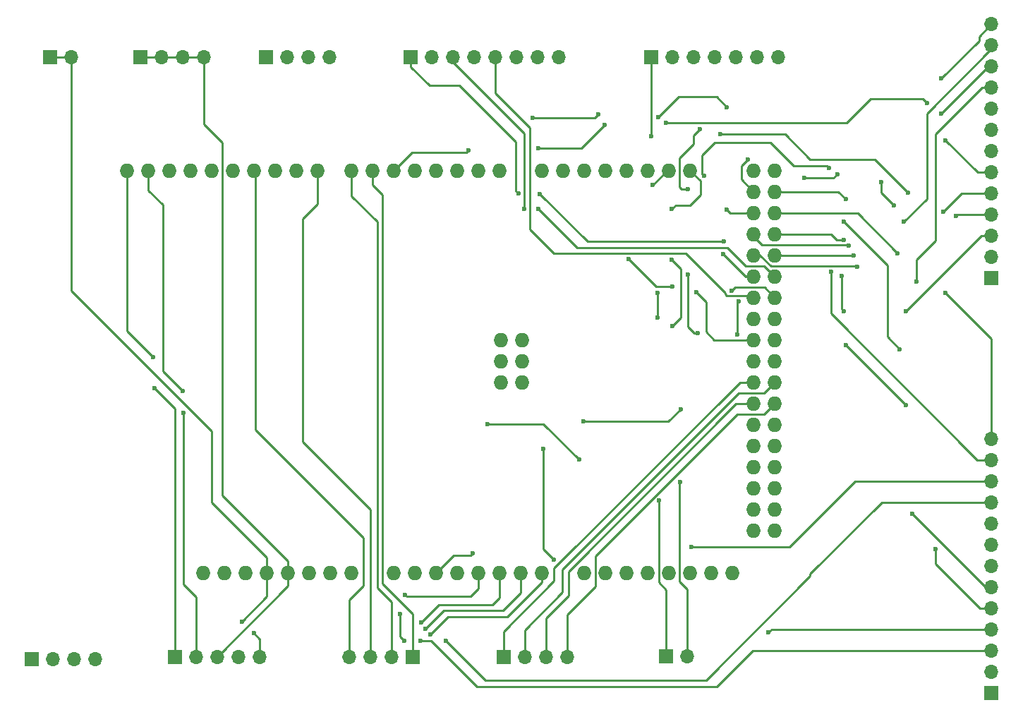
<source format=gbr>
G04 #@! TF.FileFunction,Copper,L1,Top,Signal*
%FSLAX46Y46*%
G04 Gerber Fmt 4.6, Leading zero omitted, Abs format (unit mm)*
G04 Created by KiCad (PCBNEW 4.0.7) date 06/16/18 23:00:12*
%MOMM*%
%LPD*%
G01*
G04 APERTURE LIST*
%ADD10C,0.100000*%
%ADD11R,1.700000X1.700000*%
%ADD12O,1.700000X1.700000*%
%ADD13O,1.727200X1.727200*%
%ADD14C,0.600000*%
%ADD15C,0.250000*%
G04 APERTURE END LIST*
D10*
D11*
X204000000Y-98250000D03*
D12*
X204000000Y-95710000D03*
X204000000Y-93170000D03*
X204000000Y-90630000D03*
X204000000Y-88090000D03*
X204000000Y-85550000D03*
X204000000Y-83010000D03*
X204000000Y-80470000D03*
X204000000Y-77930000D03*
X204000000Y-75390000D03*
X204000000Y-72850000D03*
X204000000Y-70310000D03*
X204000000Y-67770000D03*
D11*
X106030000Y-93980000D03*
D12*
X108570000Y-93980000D03*
X111110000Y-93980000D03*
X113650000Y-93980000D03*
X116190000Y-93980000D03*
D11*
X204000000Y-48500000D03*
D12*
X204000000Y-45960000D03*
X204000000Y-43420000D03*
X204000000Y-40880000D03*
X204000000Y-38340000D03*
X204000000Y-35800000D03*
X204000000Y-33260000D03*
X204000000Y-30720000D03*
X204000000Y-28180000D03*
X204000000Y-25640000D03*
X204000000Y-23100000D03*
X204000000Y-20560000D03*
X204000000Y-18020000D03*
D11*
X134320000Y-21950000D03*
D12*
X136860000Y-21950000D03*
X139400000Y-21950000D03*
X141940000Y-21950000D03*
X144480000Y-21950000D03*
X147020000Y-21950000D03*
X149560000Y-21950000D03*
X152100000Y-21950000D03*
D11*
X163170000Y-21950000D03*
D12*
X165710000Y-21950000D03*
X168250000Y-21950000D03*
X170790000Y-21950000D03*
X173330000Y-21950000D03*
X175870000Y-21950000D03*
X178410000Y-21950000D03*
D11*
X145430000Y-93920000D03*
D12*
X147970000Y-93920000D03*
X150510000Y-93920000D03*
X153050000Y-93920000D03*
D11*
X134570000Y-93940000D03*
D12*
X132030000Y-93940000D03*
X129490000Y-93940000D03*
X126950000Y-93940000D03*
D13*
X145117000Y-61000000D03*
X147657000Y-61000000D03*
X147657000Y-58460000D03*
X145117000Y-58460000D03*
X147657000Y-55920000D03*
X132290000Y-83860000D03*
X127210000Y-83860000D03*
X124670000Y-83860000D03*
X122130000Y-83860000D03*
X119590000Y-83860000D03*
X117050000Y-83860000D03*
X114510000Y-83860000D03*
X111970000Y-83860000D03*
X167850000Y-35600000D03*
X165310000Y-35600000D03*
X162770000Y-35600000D03*
X160230000Y-35600000D03*
X157690000Y-35600000D03*
X155150000Y-35600000D03*
X152610000Y-35600000D03*
X150070000Y-35600000D03*
X144990000Y-35600000D03*
X142450000Y-35600000D03*
X139910000Y-35600000D03*
X137370000Y-35600000D03*
X134830000Y-35600000D03*
X132290000Y-35600000D03*
X129750000Y-35600000D03*
X127210000Y-35600000D03*
X107906000Y-35600000D03*
X123146000Y-35600000D03*
X120606000Y-35600000D03*
X118066000Y-35600000D03*
X100286000Y-35600000D03*
X102826000Y-35600000D03*
X105366000Y-35600000D03*
X110446000Y-35600000D03*
X112986000Y-35600000D03*
X115526000Y-35600000D03*
X109430000Y-83860000D03*
X134830000Y-83860000D03*
X137370000Y-83860000D03*
X139910000Y-83860000D03*
X142450000Y-83860000D03*
X144990000Y-83860000D03*
X147530000Y-83860000D03*
X150070000Y-83860000D03*
X155150000Y-83860000D03*
X157690000Y-83860000D03*
X160230000Y-83860000D03*
X162770000Y-83860000D03*
X165310000Y-83860000D03*
X167850000Y-83860000D03*
X170390000Y-83860000D03*
X172930000Y-83860000D03*
X175470000Y-35600000D03*
X178010000Y-35600000D03*
X175470000Y-38140000D03*
X178010000Y-38140000D03*
X175470000Y-40680000D03*
X178010000Y-40680000D03*
X175470000Y-43220000D03*
X178010000Y-43220000D03*
X175470000Y-45760000D03*
X178010000Y-45760000D03*
X175470000Y-48300000D03*
X178010000Y-48300000D03*
X175470000Y-50840000D03*
X178010000Y-50840000D03*
X175470000Y-53380000D03*
X178010000Y-53380000D03*
X175470000Y-55920000D03*
X178010000Y-55920000D03*
X175470000Y-58460000D03*
X178010000Y-58460000D03*
X175470000Y-61000000D03*
X178010000Y-61000000D03*
X175470000Y-63540000D03*
X178010000Y-63540000D03*
X175470000Y-66080000D03*
X178010000Y-66080000D03*
X175470000Y-68620000D03*
X178010000Y-68620000D03*
X175470000Y-71160000D03*
X178010000Y-71160000D03*
X175470000Y-73700000D03*
X178010000Y-73700000D03*
X175470000Y-76240000D03*
X178010000Y-76240000D03*
X175470000Y-78780000D03*
X178010000Y-78780000D03*
X145117000Y-55920000D03*
D11*
X101900000Y-21960000D03*
D12*
X104440000Y-21960000D03*
X106980000Y-21960000D03*
X109520000Y-21960000D03*
D11*
X116900000Y-21970000D03*
D12*
X119440000Y-21970000D03*
X121980000Y-21970000D03*
X124520000Y-21970000D03*
D11*
X91040000Y-22000000D03*
D12*
X93580000Y-22000000D03*
D11*
X164970000Y-93880000D03*
D12*
X167510000Y-93880000D03*
D11*
X88790000Y-94210000D03*
D12*
X91330000Y-94210000D03*
X93870000Y-94210000D03*
X96410000Y-94210000D03*
D14*
X103430000Y-58000000D03*
X103550000Y-61690000D03*
X106940000Y-62040000D03*
X107060000Y-64690000D03*
X114020000Y-89720000D03*
X115480000Y-91110000D03*
X133000000Y-88750000D03*
X133500000Y-92000000D03*
X135500000Y-92000000D03*
X150250000Y-69000000D03*
X151500000Y-82250000D03*
X177250000Y-91000000D03*
X174750000Y-34250000D03*
X181500000Y-36500000D03*
X185500000Y-36000000D03*
X186000000Y-48250000D03*
X186250000Y-52500000D03*
X186500000Y-56500000D03*
X193750000Y-63750000D03*
X197250000Y-81000000D03*
X194500000Y-76750000D03*
X193000000Y-57000000D03*
X186250000Y-41750000D03*
X186500000Y-39000000D03*
X138500000Y-92000000D03*
X143500000Y-66000000D03*
X154500000Y-70250000D03*
X168000000Y-80750000D03*
X172250000Y-40250000D03*
X169500000Y-36250000D03*
X184500000Y-35250000D03*
X184750000Y-47750000D03*
X192750000Y-45500000D03*
X198500000Y-50250000D03*
X193750000Y-52500000D03*
X141750000Y-81500000D03*
X172250000Y-28000000D03*
X171500000Y-31250000D03*
X194000000Y-38250000D03*
X199750000Y-41000000D03*
X148980000Y-29280000D03*
X156800000Y-28830000D03*
X164010000Y-29170000D03*
X186900000Y-44600000D03*
X198250000Y-40500000D03*
X186320000Y-43880000D03*
X198500000Y-31970000D03*
X155040000Y-65700000D03*
X166680000Y-64250000D03*
X194970000Y-48920000D03*
X198000000Y-28750000D03*
X196250000Y-27500000D03*
X164930000Y-29870000D03*
X157580000Y-30100000D03*
X149650000Y-32910000D03*
X141210000Y-33190000D03*
X193500000Y-41750000D03*
X187920000Y-47160000D03*
X187450000Y-45760000D03*
X198000000Y-24500000D03*
X190750000Y-37000000D03*
X192250000Y-39750000D03*
X171800000Y-45600000D03*
X171890000Y-44120000D03*
X149810000Y-38390000D03*
X147240000Y-38340000D03*
X147900000Y-40200000D03*
X149620000Y-40160000D03*
X172840000Y-50010000D03*
X165670000Y-49480000D03*
X160480000Y-46220000D03*
X163140000Y-31460000D03*
X168550000Y-50140000D03*
X168980000Y-30650000D03*
X167560000Y-48080000D03*
X167550000Y-37830000D03*
X168790000Y-55100000D03*
X173520000Y-55290000D03*
X173650000Y-51270000D03*
X163370000Y-37300000D03*
X163940000Y-50230000D03*
X163950000Y-53200000D03*
X164090000Y-75150000D03*
X165630000Y-40210000D03*
X165630000Y-46270000D03*
X165710000Y-54250000D03*
X166630000Y-72920000D03*
X133640000Y-86470000D03*
X135600000Y-89770000D03*
X136100000Y-90530000D03*
X136670000Y-91260000D03*
D15*
X204170000Y-45520000D02*
X203720000Y-45520000D01*
X106030000Y-93980000D02*
X106030000Y-64170000D01*
X100286000Y-54856000D02*
X100286000Y-35600000D01*
X103430000Y-58000000D02*
X100286000Y-54856000D01*
X106030000Y-64170000D02*
X103550000Y-61690000D01*
X108570000Y-93980000D02*
X108570000Y-86780000D01*
X102826000Y-37946000D02*
X102826000Y-35600000D01*
X104550000Y-39670000D02*
X102826000Y-37946000D01*
X104550000Y-59650000D02*
X104550000Y-39670000D01*
X106940000Y-62040000D02*
X104550000Y-59650000D01*
X107060000Y-85270000D02*
X107060000Y-64690000D01*
X108570000Y-86780000D02*
X107060000Y-85270000D01*
X111110000Y-93980000D02*
X111110000Y-93920000D01*
X111110000Y-93920000D02*
X119590000Y-85440000D01*
X119590000Y-85440000D02*
X119590000Y-83860000D01*
X106980000Y-21960000D02*
X109520000Y-21960000D01*
X104440000Y-21960000D02*
X106980000Y-21960000D01*
X101900000Y-21960000D02*
X104440000Y-21960000D01*
X109520000Y-21960000D02*
X109520000Y-30040000D01*
X109520000Y-30040000D02*
X111690000Y-32210000D01*
X111690000Y-32210000D02*
X111690000Y-74560000D01*
X111690000Y-74560000D02*
X119590000Y-82460000D01*
X119590000Y-82460000D02*
X119590000Y-83860000D01*
X116190000Y-93980000D02*
X116190000Y-91820000D01*
X117050000Y-86690000D02*
X117050000Y-83860000D01*
X114020000Y-89720000D02*
X117050000Y-86690000D01*
X116190000Y-91820000D02*
X115480000Y-91110000D01*
X91040000Y-22000000D02*
X93580000Y-22000000D01*
X93580000Y-22000000D02*
X93580000Y-49990000D01*
X117050000Y-82040000D02*
X117050000Y-83860000D01*
X110410000Y-75400000D02*
X117050000Y-82040000D01*
X110410000Y-66820000D02*
X110410000Y-75400000D01*
X93580000Y-49990000D02*
X110410000Y-66820000D01*
X204000000Y-93170000D02*
X175330000Y-93170000D01*
X133000000Y-91500000D02*
X133000000Y-88750000D01*
X133500000Y-92000000D02*
X133000000Y-91500000D01*
X136500000Y-92000000D02*
X135500000Y-92000000D01*
X136750000Y-92000000D02*
X136500000Y-92000000D01*
X142250000Y-97500000D02*
X136750000Y-92000000D01*
X171000000Y-97500000D02*
X142250000Y-97500000D01*
X175330000Y-93170000D02*
X171000000Y-97500000D01*
X204000000Y-90630000D02*
X177620000Y-90630000D01*
X150250000Y-81000000D02*
X150250000Y-69000000D01*
X151500000Y-82250000D02*
X150250000Y-81000000D01*
X177620000Y-90630000D02*
X177250000Y-91000000D01*
X204000000Y-88090000D02*
X202590000Y-88090000D01*
X174000000Y-36670000D02*
X175470000Y-38140000D01*
X174000000Y-35000000D02*
X174000000Y-36670000D01*
X174750000Y-34250000D02*
X174000000Y-35000000D01*
X185000000Y-36500000D02*
X181500000Y-36500000D01*
X185500000Y-36000000D02*
X185000000Y-36500000D01*
X186000000Y-52250000D02*
X186000000Y-48250000D01*
X186250000Y-52500000D02*
X186000000Y-52250000D01*
X193750000Y-63750000D02*
X186500000Y-56500000D01*
X197250000Y-82750000D02*
X197250000Y-81000000D01*
X202590000Y-88090000D02*
X197250000Y-82750000D01*
X175470000Y-38140000D02*
X175470000Y-38290000D01*
X204000000Y-85550000D02*
X203300000Y-85550000D01*
X203300000Y-85550000D02*
X194500000Y-76750000D01*
X193000000Y-57000000D02*
X191500000Y-55500000D01*
X191500000Y-55500000D02*
X191500000Y-47000000D01*
X191500000Y-47000000D02*
X186250000Y-41750000D01*
X186500000Y-39000000D02*
X185640000Y-38140000D01*
X185640000Y-38140000D02*
X178010000Y-38140000D01*
X204000000Y-75390000D02*
X190860000Y-75390000D01*
X143250000Y-96750000D02*
X138500000Y-92000000D01*
X169750000Y-96750000D02*
X143250000Y-96750000D01*
X182250000Y-84250000D02*
X169750000Y-96750000D01*
X182250000Y-84000000D02*
X182250000Y-84250000D01*
X190860000Y-75390000D02*
X182250000Y-84000000D01*
X204000000Y-72850000D02*
X187650000Y-72850000D01*
X150250000Y-66000000D02*
X143500000Y-66000000D01*
X154500000Y-70250000D02*
X150250000Y-66000000D01*
X179750000Y-80750000D02*
X168000000Y-80750000D01*
X187650000Y-72850000D02*
X179750000Y-80750000D01*
X204000000Y-70310000D02*
X202310000Y-70310000D01*
X172680000Y-40680000D02*
X175470000Y-40680000D01*
X172250000Y-40250000D02*
X172680000Y-40680000D01*
X169250000Y-36000000D02*
X169500000Y-36250000D01*
X169250000Y-33750000D02*
X169250000Y-36000000D01*
X170750000Y-32250000D02*
X169250000Y-33750000D01*
X177500000Y-32250000D02*
X170750000Y-32250000D01*
X180250000Y-35000000D02*
X177500000Y-32250000D01*
X184250000Y-35000000D02*
X180250000Y-35000000D01*
X184500000Y-35250000D02*
X184250000Y-35000000D01*
X184750000Y-52750000D02*
X184750000Y-47750000D01*
X202310000Y-70310000D02*
X184750000Y-52750000D01*
X204000000Y-67770000D02*
X204000000Y-55750000D01*
X187930000Y-40680000D02*
X178010000Y-40680000D01*
X192750000Y-45500000D02*
X187930000Y-40680000D01*
X204000000Y-55750000D02*
X198500000Y-50250000D01*
X202830000Y-43420000D02*
X193750000Y-52500000D01*
X204000000Y-43420000D02*
X202830000Y-43420000D01*
X139480000Y-81750000D02*
X137370000Y-83860000D01*
X141500000Y-81750000D02*
X139480000Y-81750000D01*
X141750000Y-81500000D02*
X141500000Y-81750000D01*
X204000000Y-40880000D02*
X199870000Y-40880000D01*
X166430000Y-26750000D02*
X164010000Y-29170000D01*
X171000000Y-26750000D02*
X166430000Y-26750000D01*
X172250000Y-28000000D02*
X171000000Y-26750000D01*
X179250000Y-31250000D02*
X171500000Y-31250000D01*
X182250000Y-34250000D02*
X179250000Y-31250000D01*
X190000000Y-34250000D02*
X182250000Y-34250000D01*
X194000000Y-38250000D02*
X190000000Y-34250000D01*
X199870000Y-40880000D02*
X199750000Y-41000000D01*
X156350000Y-29280000D02*
X148980000Y-29280000D01*
X156800000Y-28830000D02*
X156350000Y-29280000D01*
X165440000Y-27740000D02*
X164010000Y-29170000D01*
X204000000Y-38340000D02*
X200410000Y-38340000D01*
X186820000Y-44520000D02*
X186900000Y-44600000D01*
X176480000Y-44520000D02*
X186820000Y-44520000D01*
X176480000Y-44520000D02*
X175470000Y-43510000D01*
X200410000Y-38340000D02*
X198250000Y-40500000D01*
X175470000Y-43220000D02*
X175470000Y-43510000D01*
X204000000Y-35800000D02*
X202330000Y-35800000D01*
X184790000Y-43220000D02*
X185450000Y-43880000D01*
X185450000Y-43880000D02*
X186320000Y-43880000D01*
X184790000Y-43220000D02*
X178010000Y-43220000D01*
X202330000Y-35800000D02*
X198500000Y-31970000D01*
X204000000Y-25640000D02*
X202860000Y-25640000D01*
X197250000Y-44040000D02*
X195410000Y-45880000D01*
X197250000Y-31250000D02*
X197250000Y-44040000D01*
X202860000Y-25640000D02*
X197250000Y-31250000D01*
X165230000Y-65700000D02*
X155040000Y-65700000D01*
X166680000Y-64250000D02*
X165230000Y-65700000D01*
X194970000Y-46320000D02*
X194970000Y-48920000D01*
X195410000Y-45880000D02*
X194970000Y-46320000D01*
X204000000Y-23100000D02*
X203650000Y-23100000D01*
X203650000Y-23100000D02*
X198000000Y-28750000D01*
X196250000Y-27500000D02*
X195750000Y-27000000D01*
X195750000Y-27000000D02*
X189500000Y-27000000D01*
X189500000Y-27000000D02*
X186630000Y-29870000D01*
X186630000Y-29870000D02*
X185490000Y-29870000D01*
X185490000Y-29870000D02*
X164930000Y-29870000D01*
X157580000Y-30100000D02*
X154770000Y-32910000D01*
X154770000Y-32910000D02*
X149650000Y-32910000D01*
X141210000Y-33190000D02*
X140980000Y-33420000D01*
X140980000Y-33420000D02*
X134470000Y-33420000D01*
X134470000Y-33420000D02*
X132290000Y-35600000D01*
X204000000Y-20560000D02*
X204000000Y-21000000D01*
X204000000Y-21000000D02*
X196250000Y-28750000D01*
X196250000Y-28750000D02*
X196250000Y-39000000D01*
X196250000Y-39000000D02*
X193500000Y-41750000D01*
X175470000Y-45760000D02*
X176230000Y-45760000D01*
X176230000Y-45760000D02*
X177520000Y-47050000D01*
X177520000Y-47050000D02*
X187810000Y-47050000D01*
X187810000Y-47050000D02*
X187920000Y-47160000D01*
X178010000Y-45760000D02*
X187450000Y-45760000D01*
X202500000Y-19520000D02*
X204000000Y-18020000D01*
X202500000Y-20000000D02*
X202500000Y-19520000D01*
X198000000Y-24500000D02*
X202500000Y-20000000D01*
X190750000Y-38250000D02*
X190750000Y-37000000D01*
X192250000Y-39750000D02*
X190750000Y-38250000D01*
X134320000Y-21950000D02*
X134320000Y-23140000D01*
X174500000Y-48300000D02*
X175470000Y-48300000D01*
X171800000Y-45600000D02*
X174500000Y-48300000D01*
X155540000Y-44120000D02*
X171890000Y-44120000D01*
X149810000Y-38390000D02*
X155540000Y-44120000D01*
X146940000Y-38040000D02*
X147240000Y-38340000D01*
X146940000Y-32150000D02*
X146940000Y-38040000D01*
X140160000Y-25370000D02*
X146940000Y-32150000D01*
X136550000Y-25370000D02*
X140160000Y-25370000D01*
X134320000Y-23140000D02*
X136550000Y-25370000D01*
X139400000Y-21950000D02*
X139400000Y-22610000D01*
X139400000Y-22610000D02*
X147900000Y-31110000D01*
X147900000Y-31110000D02*
X147900000Y-40200000D01*
X149620000Y-40160000D02*
X154300000Y-44840000D01*
X154300000Y-44840000D02*
X172290000Y-44840000D01*
X172290000Y-44840000D02*
X174490000Y-47040000D01*
X174490000Y-47040000D02*
X176750000Y-47040000D01*
X176750000Y-47040000D02*
X178010000Y-48300000D01*
X144480000Y-21950000D02*
X144480000Y-26330000D01*
X172260000Y-50640000D02*
X175270000Y-50640000D01*
X172030000Y-50410000D02*
X172260000Y-50640000D01*
X172030000Y-50240000D02*
X172030000Y-50410000D01*
X167300000Y-45510000D02*
X172030000Y-50240000D01*
X151500000Y-45510000D02*
X167300000Y-45510000D01*
X148620000Y-42630000D02*
X151500000Y-45510000D01*
X148620000Y-30470000D02*
X148620000Y-42630000D01*
X144480000Y-26330000D02*
X148620000Y-30470000D01*
X175270000Y-50640000D02*
X175470000Y-50840000D01*
X176780000Y-49610000D02*
X178010000Y-50840000D01*
X173240000Y-49610000D02*
X176780000Y-49610000D01*
X172840000Y-50010000D02*
X173240000Y-49610000D01*
X163740000Y-49480000D02*
X165670000Y-49480000D01*
X160480000Y-46220000D02*
X163740000Y-49480000D01*
X163170000Y-21950000D02*
X163170000Y-31430000D01*
X163170000Y-31430000D02*
X163140000Y-31460000D01*
X170700000Y-55920000D02*
X175470000Y-55920000D01*
X169740000Y-54960000D02*
X170700000Y-55920000D01*
X169740000Y-51330000D02*
X169740000Y-54960000D01*
X168550000Y-50140000D02*
X169740000Y-51330000D01*
X166530000Y-34110000D02*
X166530000Y-37570000D01*
X168980000Y-30650000D02*
X168250000Y-31380000D01*
X168250000Y-31380000D02*
X168250000Y-32390000D01*
X168250000Y-32390000D02*
X166530000Y-34110000D01*
X168290000Y-55100000D02*
X168790000Y-55100000D01*
X167560000Y-54370000D02*
X168290000Y-55100000D01*
X167560000Y-48080000D02*
X167560000Y-54370000D01*
X166790000Y-37830000D02*
X167550000Y-37830000D01*
X166530000Y-37570000D02*
X166790000Y-37830000D01*
X173520000Y-51400000D02*
X173520000Y-55290000D01*
X173650000Y-51270000D02*
X173520000Y-51400000D01*
X145430000Y-93920000D02*
X145430000Y-90910000D01*
X173810000Y-61000000D02*
X175470000Y-61000000D01*
X151520000Y-83290000D02*
X173810000Y-61000000D01*
X151520000Y-84820000D02*
X151520000Y-83290000D01*
X145430000Y-90910000D02*
X151520000Y-84820000D01*
X147970000Y-93920000D02*
X147970000Y-90720000D01*
X176750000Y-62260000D02*
X178010000Y-61000000D01*
X173670000Y-62260000D02*
X176750000Y-62260000D01*
X152510000Y-83420000D02*
X173670000Y-62260000D01*
X152510000Y-86180000D02*
X152510000Y-83420000D01*
X147970000Y-90720000D02*
X152510000Y-86180000D01*
X150510000Y-93920000D02*
X150510000Y-89300000D01*
X173360000Y-63590000D02*
X175420000Y-63590000D01*
X153240000Y-83710000D02*
X173360000Y-63590000D01*
X153240000Y-86570000D02*
X153240000Y-83710000D01*
X150510000Y-89300000D02*
X153240000Y-86570000D01*
X175420000Y-63590000D02*
X175470000Y-63540000D01*
X153050000Y-93920000D02*
X153050000Y-88880000D01*
X176730000Y-64820000D02*
X178010000Y-63540000D01*
X173480000Y-64820000D02*
X176730000Y-64820000D01*
X156440000Y-81860000D02*
X173480000Y-64820000D01*
X156440000Y-85490000D02*
X156440000Y-81860000D01*
X153050000Y-88880000D02*
X156440000Y-85490000D01*
X134570000Y-93940000D02*
X134570000Y-88760000D01*
X129750000Y-37290000D02*
X129750000Y-35600000D01*
X130940000Y-38480000D02*
X129750000Y-37290000D01*
X130940000Y-85130000D02*
X130940000Y-38480000D01*
X134570000Y-88760000D02*
X130940000Y-85130000D01*
X132030000Y-93940000D02*
X132030000Y-87380000D01*
X127210000Y-38640000D02*
X127210000Y-35600000D01*
X130300000Y-41730000D02*
X127210000Y-38640000D01*
X130300000Y-85650000D02*
X130300000Y-41730000D01*
X132030000Y-87380000D02*
X130300000Y-85650000D01*
X129490000Y-93940000D02*
X129490000Y-76240000D01*
X123146000Y-39624000D02*
X123146000Y-35600000D01*
X121370000Y-41400000D02*
X123146000Y-39624000D01*
X121370000Y-68120000D02*
X121370000Y-41400000D01*
X129490000Y-76240000D02*
X121370000Y-68120000D01*
X126950000Y-93940000D02*
X126950000Y-87070000D01*
X115700000Y-66720000D02*
X115700000Y-35774000D01*
X128640000Y-79660000D02*
X115700000Y-66720000D01*
X128640000Y-85380000D02*
X128640000Y-79660000D01*
X126950000Y-87070000D02*
X128640000Y-85380000D01*
X115700000Y-35774000D02*
X115526000Y-35600000D01*
X164970000Y-93880000D02*
X164970000Y-85890000D01*
X163370000Y-37300000D02*
X165070000Y-35600000D01*
X163940000Y-53190000D02*
X163940000Y-50230000D01*
X163950000Y-53200000D02*
X163940000Y-53190000D01*
X164070000Y-75170000D02*
X164090000Y-75150000D01*
X164070000Y-84990000D02*
X164070000Y-75170000D01*
X164970000Y-85890000D02*
X164070000Y-84990000D01*
X165070000Y-35600000D02*
X165310000Y-35600000D01*
X167510000Y-93880000D02*
X167510000Y-85860000D01*
X169090000Y-36840000D02*
X167850000Y-35600000D01*
X169090000Y-38480000D02*
X169090000Y-36840000D01*
X167840000Y-39730000D02*
X169090000Y-38480000D01*
X166110000Y-39730000D02*
X167840000Y-39730000D01*
X165630000Y-40210000D02*
X166110000Y-39730000D01*
X166750000Y-47390000D02*
X165630000Y-46270000D01*
X166750000Y-53210000D02*
X166750000Y-47390000D01*
X165710000Y-54250000D02*
X166750000Y-53210000D01*
X166560000Y-72990000D02*
X166630000Y-72920000D01*
X166560000Y-84910000D02*
X166560000Y-72990000D01*
X167510000Y-85860000D02*
X166560000Y-84910000D01*
X142450000Y-85730000D02*
X142450000Y-83860000D01*
X141500000Y-86680000D02*
X142450000Y-85730000D01*
X133850000Y-86680000D02*
X141500000Y-86680000D01*
X133640000Y-86470000D02*
X133850000Y-86680000D01*
X135600000Y-89770000D02*
X137670000Y-87700000D01*
X137670000Y-87700000D02*
X144150000Y-87700000D01*
X144150000Y-87700000D02*
X144990000Y-86860000D01*
X144990000Y-86860000D02*
X144990000Y-83860000D01*
X147530000Y-86260000D02*
X147530000Y-83860000D01*
X145400000Y-88390000D02*
X147530000Y-86260000D01*
X138240000Y-88390000D02*
X145400000Y-88390000D01*
X136100000Y-90530000D02*
X138240000Y-88390000D01*
X150070000Y-85010000D02*
X150070000Y-83860000D01*
X145930000Y-89150000D02*
X150070000Y-85010000D01*
X138780000Y-89150000D02*
X145930000Y-89150000D01*
X136670000Y-91260000D02*
X138780000Y-89150000D01*
M02*

</source>
